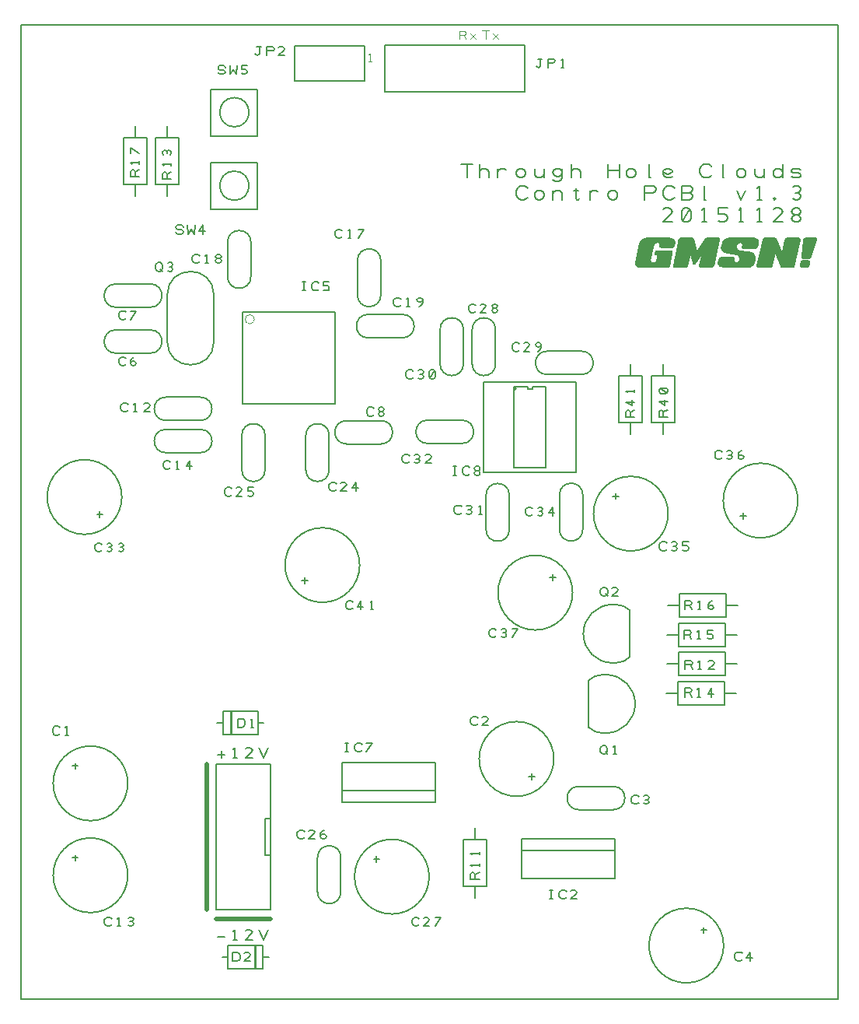
<source format=gbr>
%FSLAX35Y35*%
%MOIN*%
G04 EasyPC Gerber Version 18.0.8 Build 3632 *
%ADD89C,0.00100*%
%ADD88C,0.00394*%
%ADD10C,0.00500*%
%ADD11C,0.00512*%
%ADD86C,0.00787*%
%ADD12C,0.01000*%
%ADD90C,0.01969*%
X0Y0D02*
D02*
D10*
X102054Y120612D02*
X101741Y120299D01*
X101116Y119987*
X100178*
X99554Y120299*
X99241Y120612*
X98928Y121237*
Y122487*
X99241Y123112*
X99554Y123424*
X100178Y123737*
X101116*
X101741Y123424*
X102054Y123112*
X104554Y119987D02*
X105804D01*
X105178D02*
Y123737D01*
X104554Y123112*
X108635Y68626D02*
Y66126D01*
X107385Y67376D02*
X109885D01*
X108635Y107996D02*
Y105496D01*
X107385Y106746D02*
X109885D01*
X112636Y205923D02*
G75*
G02X96636Y221923J16000D01*
G01*
G75*
G02X112636Y237923I16000*
G01*
G75*
G02X128636Y221923J-16000*
G01*
G75*
G02X112636Y205923I-16000*
G01*
X115195Y75876D02*
G75*
G02X131195Y59876J-16000D01*
G01*
G75*
G02X115195Y43876I-16000*
G01*
G75*
G02X99195Y59876J16000*
G01*
G75*
G02X115195Y75876I16000*
G01*
Y115246D02*
G75*
G02X131195Y99246J-16000D01*
G01*
G75*
G02X115195Y83246I-16000*
G01*
G75*
G02X99195Y99246J16000*
G01*
G75*
G02X115195Y115246I16000*
G01*
X120128Y199137D02*
X119815Y198825D01*
X119190Y198512*
X118252*
X117628Y198825*
X117315Y199137*
X117002Y199762*
Y201012*
X117315Y201637*
X117628Y201950*
X118252Y202262*
X119190*
X119815Y201950*
X120128Y201637*
X122315Y198825D02*
X122940Y198512D01*
X123565*
X124190Y198825*
X124502Y199450*
X124190Y200075*
X123565Y200387*
X122940*
X123565D02*
X124190Y200700D01*
X124502Y201325*
X124190Y201950*
X123565Y202262*
X122940*
X122315Y201950*
X127315Y198825D02*
X127940Y198512D01*
X128565*
X129190Y198825*
X129502Y199450*
X129190Y200075*
X128565Y200387*
X127940*
X128565D02*
X129190Y200700D01*
X129502Y201325*
X129190Y201950*
X128565Y202262*
X127940*
X127315Y201950*
X124324Y38820D02*
X124011Y38508D01*
X123386Y38195*
X122449*
X121824Y38508*
X121511Y38820*
X121199Y39445*
Y40695*
X121511Y41320*
X121824Y41633*
X122449Y41945*
X123386*
X124011Y41633*
X124324Y41320*
X126824Y38195D02*
X128074D01*
X127449D02*
Y41945D01*
X126824Y41320*
X131511Y38508D02*
X132136Y38195D01*
X132761*
X133386Y38508*
X133699Y39133*
X133386Y39758*
X132761Y40070*
X132136*
X132761D02*
X133386Y40383D01*
X133699Y41008*
X133386Y41633*
X132761Y41945*
X132136*
X131511Y41633*
X119196Y213174D02*
Y215674D01*
X120446Y214424D02*
X117946D01*
X130456Y278850D02*
X130143Y278537D01*
X129518Y278225*
X128581*
X127956Y278537*
X127643Y278850*
X127331Y279475*
Y280725*
X127643Y281350*
X127956Y281663*
X128581Y281975*
X129518*
X130143Y281663*
X130456Y281350*
X132331Y279163D02*
X132643Y279787D01*
X133268Y280100*
X133893*
X134518Y279787*
X134831Y279163*
X134518Y278537*
X133893Y278225*
X133268*
X132643Y278537*
X132331Y279163*
Y280100*
X132643Y281037*
X133268Y281663*
X133893Y281975*
X130456Y298535D02*
X130143Y298222D01*
X129518Y297910*
X128581*
X127956Y298222*
X127643Y298535*
X127331Y299160*
Y300410*
X127643Y301035*
X127956Y301348*
X128581Y301660*
X129518*
X130143Y301348*
X130456Y301035*
X132331Y297910D02*
X134831Y301660D01*
X132331*
X131312Y259096D02*
X131000Y258783D01*
X130374Y258471*
X129437*
X128812Y258783*
X128500Y259096*
X128187Y259721*
Y260971*
X128500Y261596*
X128812Y261909*
X129437Y262221*
X130374*
X131000Y261909*
X131312Y261596*
X133812Y258471D02*
X135062D01*
X134437D02*
Y262221D01*
X133812Y261596*
X140687Y258471D02*
X138187D01*
X140374Y260659*
X140687Y261283*
X140374Y261909*
X139750Y262221*
X138812*
X138187Y261909*
X129289Y375683D02*
X139289D01*
Y355683*
X129289*
Y375683*
X134289Y355683D02*
Y350683D01*
Y380683D02*
Y375683D01*
X136206Y359010D02*
X132456D01*
Y361197*
X132769Y361822*
X133394Y362135*
X134019Y361822*
X134331Y361197*
Y359010*
Y361197D02*
X136206Y362135D01*
Y364635D02*
Y365885D01*
Y365260D02*
X132456D01*
X133081Y364635*
X136206Y369010D02*
X132456Y371510D01*
Y369010*
X143049Y319859D02*
Y321109D01*
X143362Y321734*
X143674Y322046*
X144299Y322359*
X144924*
X145549Y322046*
X145862Y321734*
X146174Y321109*
Y319859*
X145862Y319234*
X145549Y318921*
X144924Y318609*
X144299*
X143674Y318921*
X143362Y319234*
X143049Y319859*
X145237Y319546D02*
X146174Y318609D01*
X148362Y318921D02*
X148987Y318609D01*
X149612*
X150237Y318921*
X150549Y319546*
X150237Y320171*
X149612Y320484*
X148987*
X149612D02*
X150237Y320796D01*
X150549Y321421*
X150237Y322046*
X149612Y322359*
X148987*
X148362Y322046*
X143069Y375683D02*
X153069D01*
Y355683*
X143069*
Y375683*
X149422Y234391D02*
X149110Y234079D01*
X148485Y233766*
X147547*
X146922Y234079*
X146610Y234391*
X146297Y235016*
Y236266*
X146610Y236891*
X146922Y237204*
X147547Y237516*
X148485*
X149110Y237204*
X149422Y236891*
X151922Y233766D02*
X153172D01*
X152547D02*
Y237516D01*
X151922Y236891*
X157860Y233766D02*
Y237516D01*
X156297Y235016*
X158797*
X148069Y355683D02*
Y350683D01*
Y380683D02*
Y375683D01*
X149789Y358124D02*
X146039D01*
Y360311*
X146351Y360937*
X146976Y361249*
X147601Y360937*
X147914Y360311*
Y358124*
Y360311D02*
X149789Y361249D01*
Y363749D02*
Y364999D01*
Y364374D02*
X146039D01*
X146664Y363749*
X149476Y368437D02*
X149789Y369061D01*
Y369687*
X149476Y370311*
X148851Y370624*
X148226Y370311*
X147914Y369687*
Y369061*
Y369687D02*
X147601Y370311D01*
X146976Y370624*
X146351Y370311*
X146039Y369687*
Y369061*
X146351Y368437*
X151809Y335590D02*
X152122Y334965D01*
X152746Y334652*
X153996*
X154622Y334965*
X154934Y335590*
X154622Y336215*
X153996Y336527*
X152746*
X152122Y336840*
X151809Y337465*
X152122Y338090*
X152746Y338402*
X153996*
X154622Y338090*
X154934Y337465*
X156809Y338402D02*
X157122Y334652D01*
X158372Y336527*
X159622Y334652*
X159934Y338402*
X163372Y334652D02*
Y338402D01*
X161809Y335902*
X164309*
X161922Y322777D02*
X161610Y322465D01*
X160985Y322152*
X160047*
X159422Y322465*
X159110Y322777*
X158797Y323402*
Y324652*
X159110Y325277*
X159422Y325590*
X160047Y325902*
X160985*
X161610Y325590*
X161922Y325277*
X164422Y322152D02*
X165672D01*
X165047D02*
Y325902D01*
X164422Y325277*
X169735Y324027D02*
X170360D01*
X170985Y324340*
X171297Y324965*
X170985Y325590*
X170360Y325902*
X169735*
X169110Y325590*
X168797Y324965*
X169110Y324340*
X169735Y324027*
X169110Y323715*
X168797Y323090*
X169110Y322465*
X169735Y322152*
X170360*
X170985Y322465*
X171297Y323090*
X170985Y323715*
X170360Y324027*
X168108Y288537D02*
Y308537D01*
G75*
G03X148108I-10000*
G01*
Y288537*
G75*
G03X168108I10000*
G01*
X169919Y403995D02*
X170232Y403370D01*
X170857Y403057*
X172107*
X172732Y403370*
X173044Y403995*
X172732Y404620*
X172107Y404933*
X170857*
X170232Y405245*
X169919Y405870*
X170232Y406495*
X170857Y406807*
X172107*
X172732Y406495*
X173044Y405870*
X174919Y406807D02*
X175232Y403057D01*
X176482Y404933*
X177732Y403057*
X178044Y406807*
X179919Y403370D02*
X180544Y403057D01*
X181482*
X182107Y403370*
X182419Y403995*
Y404307*
X182107Y404933*
X181482Y405245*
X179919*
Y406807*
X182419*
X171730Y24955D02*
X174230D01*
X171967Y125053D02*
X169467D01*
X175800Y222876D02*
X175488Y222563D01*
X174863Y222250*
X173925*
X173300Y222563*
X172988Y222876*
X172675Y223500*
Y224750*
X172988Y225376*
X173300Y225688*
X173925Y226000*
X174863*
X175488Y225688*
X175800Y225376*
X180175Y222250D02*
X177675D01*
X179863Y224438*
X180175Y225063*
X179863Y225688*
X179238Y226000*
X178300*
X177675Y225688*
X182675Y222563D02*
X183300Y222250D01*
X184238*
X184863Y222563*
X185175Y223188*
Y223500*
X184863Y224126*
X184238Y224438*
X182675*
Y226000*
X185175*
X174230Y19955D02*
Y29955D01*
X189230*
Y19955*
X174230*
X176120Y23038D02*
Y26788D01*
X177995*
X178620Y26476*
X178933Y26163*
X179245Y25538*
Y24288*
X178933Y23663*
X178620Y23350*
X177995Y23038*
X176120*
X183620D02*
X181120D01*
X183307Y25226*
X183620Y25850*
X183307Y26476*
X182683Y26788*
X181745*
X181120Y26476*
X176907Y349030D02*
G75*
G03Y361530J6250D01*
G01*
G75*
G03Y349030J-6250*
G01*
Y380526D02*
G75*
G03Y393026J6250D01*
G01*
G75*
G03Y380526J-6250*
G01*
X178285Y123235D02*
Y126985D01*
X180161*
X180785Y126672*
X181098Y126360*
X181411Y125735*
Y124485*
X181098Y123860*
X180785Y123547*
X180161Y123235*
X178285*
X183911D02*
X185161D01*
X184535D02*
Y126985D01*
X183911Y126360*
X180549Y301037D02*
Y261667D01*
X219919*
Y301037*
X180549*
X185864Y411754D02*
X186177Y411441D01*
X186802Y411128*
X187427Y411441*
X187739Y411754*
Y414878*
X188364*
X187739D02*
X186489D01*
X190864Y411128D02*
Y414878D01*
X193052*
X193677Y414566*
X193989Y413941*
X193677Y413316*
X193052Y413004*
X190864*
X198364Y411128D02*
X195864D01*
X198052Y413316*
X198364Y413941*
X198052Y414566*
X197427Y414878*
X196489*
X195864Y414566*
X186842Y365157D02*
X166842D01*
Y345157*
X186842*
Y365157*
Y396653D02*
X166842D01*
Y376653*
X186842*
Y396653*
X186967Y130053D02*
Y120053D01*
X171967*
Y130053*
X186967*
X189230Y24955D02*
X191730D01*
X189467Y125053D02*
X186967D01*
X192439Y45053D02*
Y107415D01*
X169053*
Y45053*
X192439*
Y68439D02*
Y84030D01*
X190100*
Y68439*
X192439*
X198624Y192770D02*
G75*
G02X214624Y208770I16000D01*
G01*
G75*
G02X230624Y192770J-16000*
G01*
G75*
G02X214624Y176770I-16000*
G01*
G75*
G02X198624Y192770J16000*
G01*
X202715Y415211D02*
Y400211D01*
X232715*
Y415211*
X202715*
X206909Y76154D02*
X206597Y75841D01*
X205972Y75528*
X205034*
X204409Y75841*
X204097Y76154*
X203784Y76778*
Y78028*
X204097Y78654*
X204409Y78966*
X205034Y79278*
X205972*
X206597Y78966*
X206909Y78654*
X211284Y75528D02*
X208784D01*
X210972Y77716*
X211284Y78341*
X210972Y78966*
X210347Y79278*
X209409*
X208784Y78966*
X213784Y76466D02*
X214097Y77091D01*
X214722Y77404*
X215347*
X215972Y77091*
X216284Y76466*
X215972Y75841*
X215347Y75528*
X214722*
X214097Y75841*
X213784Y76466*
Y77404*
X214097Y78341*
X214722Y78966*
X215347Y79278*
X205994Y310341D02*
X207244D01*
X206620D02*
Y314091D01*
X205994D02*
X207244D01*
X213182Y310966D02*
X212870Y310654D01*
X212244Y310341*
X211307*
X210682Y310654*
X210370Y310966*
X210057Y311591*
Y312841*
X210370Y313466*
X210682Y313779*
X211307Y314091*
X212244*
X212870Y313779*
X213182Y313466*
X215057Y310654D02*
X215682Y310341D01*
X216620*
X217244Y310654*
X217557Y311279*
Y311591*
X217244Y312216*
X216620Y312529*
X215057*
Y314091*
X217557*
X205874Y186210D02*
X208374D01*
X207124Y184960D02*
Y187460D01*
X220584Y225139D02*
X220271Y224827D01*
X219646Y224514*
X218709*
X218084Y224827*
X217771Y225139*
X217459Y225764*
Y227014*
X217771Y227639*
X218084Y227952*
X218709Y228264*
X219646*
X220271Y227952*
X220584Y227639*
X224959Y224514D02*
X222459D01*
X224646Y226702*
X224959Y227327*
X224646Y227952*
X224021Y228264*
X223084*
X222459Y227952*
X229021Y224514D02*
Y228264D01*
X227459Y225764*
X229959*
X223143Y333506D02*
X222830Y333193D01*
X222205Y332880*
X221268*
X220643Y333193*
X220330Y333506*
X220018Y334130*
Y335380*
X220330Y336006*
X220643Y336318*
X221268Y336630*
X222205*
X222830Y336318*
X223143Y336006*
X225643Y332880D02*
X226893D01*
X226268D02*
Y336630D01*
X225643Y336006*
X230018Y332880D02*
X232518Y336630D01*
X230018*
X224498Y112802D02*
X225748D01*
X225124D02*
Y116552D01*
X224498D02*
X225748D01*
X231686Y113427D02*
X231374Y113114D01*
X230748Y112802*
X229811*
X229186Y113114*
X228874Y113427*
X228561Y114052*
Y115302*
X228874Y115927*
X229186Y116239*
X229811Y116552*
X230748*
X231374Y116239*
X231686Y115927*
X233561Y112802D02*
X236061Y116552D01*
X233561*
X227749Y174332D02*
X227437Y174020D01*
X226811Y173707*
X225874*
X225249Y174020*
X224937Y174332*
X224624Y174957*
Y176207*
X224937Y176832*
X225249Y177145*
X225874Y177457*
X226811*
X227437Y177145*
X227749Y176832*
X231187Y173707D02*
Y177457D01*
X229624Y174957*
X232124*
X235249Y173707D02*
X236499D01*
X235874D02*
Y177457D01*
X235249Y176832*
X236726Y257226D02*
X236413Y256913D01*
X235788Y256601*
X234850*
X234226Y256913*
X233913Y257226*
X233600Y257851*
Y259101*
X233913Y259726*
X234226Y260039*
X234850Y260351*
X235788*
X236413Y260039*
X236726Y259726*
X239538Y258476D02*
X240163D01*
X240788Y258789*
X241100Y259413*
X240788Y260039*
X240163Y260351*
X239538*
X238913Y260039*
X238600Y259413*
X238913Y258789*
X239538Y258476*
X238913Y258163*
X238600Y257539*
X238913Y256913*
X239538Y256601*
X240163*
X240788Y256913*
X241100Y257539*
X240788Y258163*
X240163Y258476*
X237867Y68035D02*
Y65535D01*
X236617Y66785D02*
X239117D01*
X244427Y75285D02*
G75*
G02X260427Y59285J-16000D01*
G01*
G75*
G02X244427Y43285I-16000*
G01*
G75*
G02X228427Y59285J16000*
G01*
G75*
G02X244427Y75285I16000*
G01*
X248340Y304175D02*
X248027Y303862D01*
X247402Y303550*
X246465*
X245840Y303862*
X245527Y304175*
X245215Y304800*
Y306050*
X245527Y306675*
X245840Y306987*
X246465Y307300*
X247402*
X248027Y306987*
X248340Y306675*
X250840Y303550D02*
X252090D01*
X251465D02*
Y307300D01*
X250840Y306675*
X256152Y303550D02*
X256777Y303862D01*
X257402Y304487*
X257715Y305425*
Y306362*
X257402Y306987*
X256777Y307300*
X256152*
X255527Y306987*
X255215Y306362*
X255527Y305737*
X256152Y305425*
X256777*
X257402Y305737*
X257715Y306362*
X251981Y237049D02*
X251669Y236736D01*
X251044Y236424*
X250106*
X249481Y236736*
X249169Y237049*
X248856Y237674*
Y238924*
X249169Y239549*
X249481Y239861*
X250106Y240174*
X251044*
X251669Y239861*
X251981Y239549*
X254169Y236736D02*
X254794Y236424D01*
X255419*
X256044Y236736*
X256356Y237361*
X256044Y237986*
X255419Y238299*
X254794*
X255419D02*
X256044Y238611D01*
X256356Y239236*
X256044Y239861*
X255419Y240174*
X254794*
X254169Y239861*
X261356Y236424D02*
X258856D01*
X261044Y238611*
X261356Y239236*
X261044Y239861*
X260419Y240174*
X259481*
X258856Y239861*
X253556Y273269D02*
X253244Y272957D01*
X252619Y272644*
X251681*
X251056Y272957*
X250744Y273269*
X250431Y273894*
Y275144*
X250744Y275769*
X251056Y276082*
X251681Y276394*
X252619*
X253244Y276082*
X253556Y275769*
X255744Y272957D02*
X256369Y272644D01*
X256994*
X257619Y272957*
X257931Y273582*
X257619Y274207*
X256994Y274519*
X256369*
X256994D02*
X257619Y274832D01*
X257931Y275457*
X257619Y276082*
X256994Y276394*
X256369*
X255744Y276082*
X260744Y272957D02*
X261369Y272644D01*
X261994*
X262619Y272957*
X262931Y273582*
Y275457*
X262619Y276082*
X261994Y276394*
X261369*
X260744Y276082*
X260431Y275457*
Y273582*
X260744Y272957*
X262619Y276082*
X256115Y38722D02*
X255803Y38409D01*
X255178Y38097*
X254240*
X253615Y38409*
X253303Y38722*
X252990Y39347*
Y40597*
X253303Y41222*
X253615Y41535*
X254240Y41847*
X255178*
X255803Y41535*
X256115Y41222*
X260490Y38097D02*
X257990D01*
X260178Y40285*
X260490Y40909*
X260178Y41535*
X259553Y41847*
X258615*
X257990Y41535*
X262990Y38097D02*
X265490Y41847D01*
X262990*
X263049Y91317D02*
Y108317D01*
X223049*
Y91317*
X263049*
Y96317D02*
X223049D01*
X270660Y231306D02*
X271910D01*
X271285D02*
Y235056D01*
X270660D02*
X271910D01*
X277848Y231931D02*
X277535Y231618D01*
X276910Y231306*
X275972*
X275348Y231618*
X275035Y231931*
X274722Y232556*
Y233806*
X275035Y234431*
X275348Y234743*
X275972Y235056*
X276910*
X277535Y234743*
X277848Y234431*
X280660Y233181D02*
X281285D01*
X281910Y233493*
X282222Y234118*
X281910Y234743*
X281285Y235056*
X280660*
X280035Y234743*
X279722Y234118*
X280035Y233493*
X280660Y233181*
X280035Y232868*
X279722Y232243*
X280035Y231618*
X280660Y231306*
X281285*
X281910Y231618*
X282222Y232243*
X281910Y232868*
X281285Y233181*
X274324Y215198D02*
X274011Y214886D01*
X273386Y214573*
X272449*
X271824Y214886*
X271511Y215198*
X271199Y215823*
Y217073*
X271511Y217698*
X271824Y218011*
X272449Y218323*
X273386*
X274011Y218011*
X274324Y217698*
X276511Y214886D02*
X277136Y214573D01*
X277761*
X278386Y214886*
X278699Y215511*
X278386Y216136*
X277761Y216448*
X277136*
X277761D02*
X278386Y216761D01*
X278699Y217386*
X278386Y218011*
X277761Y218323*
X277136*
X276511Y218011*
X281824Y214573D02*
X283074D01*
X282449D02*
Y218323D01*
X281824Y217698*
X280426Y301517D02*
X280114Y301205D01*
X279489Y300892*
X278551*
X277926Y301205*
X277614Y301517*
X277301Y302142*
Y303392*
X277614Y304017*
X277926Y304330*
X278551Y304642*
X279489*
X280114Y304330*
X280426Y304017*
X284801Y300892D02*
X282301D01*
X284489Y303080*
X284801Y303705*
X284489Y304330*
X283864Y304642*
X282926*
X282301Y304330*
X288239Y302767D02*
X288864D01*
X289489Y303080*
X289801Y303705*
X289489Y304330*
X288864Y304642*
X288239*
X287614Y304330*
X287301Y303705*
X287614Y303080*
X288239Y302767*
X287614Y302455*
X287301Y301830*
X287614Y301205*
X288239Y300892*
X288864*
X289489Y301205*
X289801Y301830*
X289489Y302455*
X288864Y302767*
X281312Y124746D02*
X281000Y124433D01*
X280374Y124120*
X279437*
X278812Y124433*
X278500Y124746*
X278187Y125370*
Y126620*
X278500Y127246*
X278812Y127558*
X279437Y127870*
X280374*
X281000Y127558*
X281312Y127246*
X285687Y124120D02*
X283187D01*
X285374Y126308*
X285687Y126933*
X285374Y127558*
X284750Y127870*
X283812*
X283187Y127558*
X279959Y50230D02*
Y55230D01*
Y75230D02*
Y80230D01*
X281494Y395368D02*
X241494D01*
Y415368*
X301494*
Y395368*
X281494*
X281956Y58069D02*
X278206D01*
Y60257*
X278519Y60882*
X279144Y61194*
X279769Y60882*
X280081Y60257*
Y58069*
Y60257D02*
X281956Y61194D01*
Y63694D02*
Y64944D01*
Y64319D02*
X278206D01*
X278831Y63694*
X281956Y68694D02*
Y69944D01*
Y69319D02*
X278206D01*
X278831Y68694*
X284959Y55230D02*
X274959D01*
Y75230*
X284959*
Y55230*
X289186Y162443D02*
X288874Y162130D01*
X288248Y161817*
X287311*
X286686Y162130*
X286374Y162443*
X286061Y163067*
Y164317*
X286374Y164943*
X286686Y165255*
X287311Y165567*
X288248*
X288874Y165255*
X289186Y164943*
X291374Y162130D02*
X291998Y161817D01*
X292624*
X293248Y162130*
X293561Y162755*
X293248Y163380*
X292624Y163693*
X291998*
X292624D02*
X293248Y164005D01*
X293561Y164630*
X293248Y165255*
X292624Y165567*
X291998*
X291374Y165255*
X296061Y161817D02*
X298561Y165567D01*
X296061*
X299127Y284883D02*
X298815Y284571D01*
X298189Y284258*
X297252*
X296627Y284571*
X296315Y284883*
X296002Y285508*
Y286758*
X296315Y287383*
X296627Y287696*
X297252Y288008*
X298189*
X298815Y287696*
X299127Y287383*
X303502Y284258D02*
X301002D01*
X303189Y286446*
X303502Y287071*
X303189Y287696*
X302565Y288008*
X301627*
X301002Y287696*
X306939Y284258D02*
X307565Y284571D01*
X308189Y285196*
X308502Y286133*
Y287071*
X308189Y287696*
X307565Y288008*
X306939*
X306315Y287696*
X306002Y287071*
X306315Y286446*
X306939Y286133*
X307565*
X308189Y286446*
X308502Y287071*
X297224Y268864D02*
G75*
G03Y267817J-524D01*
G01*
G75*
G03Y268864J524*
G01*
G36*
G75*
G03Y267817J-524*
G01*
G75*
G03Y268864J524*
G01*
G37*
X297872Y93719D02*
G75*
G02X281872Y109719J16000D01*
G01*
G75*
G02X297872Y125719I16000*
G01*
G75*
G02X313872Y109719J-16000*
G01*
G75*
G02X297872Y93719I-16000*
G01*
X299919Y70620D02*
X339919D01*
X299919Y75620D02*
Y58620D01*
X339919*
Y75620*
X299919*
X304836Y214509D02*
X304523Y214197D01*
X303898Y213884*
X302961*
X302336Y214197*
X302023Y214509*
X301711Y215134*
Y216384*
X302023Y217009*
X302336Y217322*
X302961Y217634*
X303898*
X304523Y217322*
X304836Y217009*
X307023Y214197D02*
X307648Y213884D01*
X308273*
X308898Y214197*
X309211Y214822*
X308898Y215447*
X308273Y215759*
X307648*
X308273D02*
X308898Y216072D01*
X309211Y216697*
X308898Y217322*
X308273Y217634*
X307648*
X307023Y217322*
X313273Y213884D02*
Y217634D01*
X311711Y215134*
X314211*
X306337Y406537D02*
X306649Y406224D01*
X307274Y405912*
X307899Y406224*
X308212Y406537*
Y409662*
X308837*
X308212D02*
X306962D01*
X311337Y405912D02*
Y409662D01*
X313524*
X314149Y409350*
X314462Y408724*
X314149Y408100*
X313524Y407787*
X311337*
X316962Y405912D02*
X318212D01*
X317587D02*
Y409662D01*
X316962Y409037*
X304432Y100969D02*
Y103469D01*
X305682Y102219D02*
X303182D01*
X310461Y269089D02*
Y234433D01*
X296701*
Y269089*
X302581*
Y268089*
X304581*
Y269089*
X310461*
X312097Y49711D02*
X313347D01*
X312722D02*
Y53461D01*
X312097D02*
X313347D01*
X319285Y50336D02*
X318972Y50024D01*
X318347Y49711*
X317409*
X316785Y50024*
X316472Y50336*
X316159Y50961*
Y52211*
X316472Y52836*
X316785Y53149*
X317409Y53461*
X318347*
X318972Y53149*
X319285Y52836*
X323659Y49711D02*
X321159D01*
X323347Y51899*
X323659Y52524*
X323347Y53149*
X322722Y53461*
X321785*
X321159Y53149*
X314673Y187519D02*
X312173D01*
X313423Y188769D02*
Y186269D01*
X321923Y180959D02*
G75*
G02X305923Y164959I-16000D01*
G01*
G75*
G02X289923Y180959J16000*
G01*
G75*
G02X305923Y196959I16000*
G01*
G75*
G02X321923Y180959J-16000*
G01*
X323299Y271057D02*
Y232514D01*
X283862*
Y271057*
X323299*
X333758Y112989D02*
Y114239D01*
X334070Y114864*
X334383Y115176*
X335008Y115489*
X335633*
X336258Y115176*
X336570Y114864*
X336883Y114239*
Y112989*
X336570Y112364*
X336258Y112051*
X335633Y111739*
X335008*
X334383Y112051*
X334070Y112364*
X333758Y112989*
X335945Y112676D02*
X336883Y111739D01*
X339383D02*
X340633D01*
X340008D02*
Y115489D01*
X339383Y114864*
X333797Y180685D02*
Y181935D01*
X334110Y182561*
X334422Y182873*
X335047Y183185*
X335672*
X336297Y182873*
X336610Y182561*
X336922Y181935*
Y180685*
X336610Y180061*
X336297Y179748*
X335672Y179435*
X335047*
X334422Y179748*
X334110Y180061*
X333797Y180685*
X335985Y180373D02*
X336922Y179435D01*
X341297D02*
X338797D01*
X340985Y181623*
X341297Y182248*
X340985Y182873*
X340360Y183185*
X339422*
X338797Y182873*
X336258Y145801D02*
G75*
G02X348758Y133301J-12500D01*
G01*
G75*
G02X336258Y120801I-12500*
G01*
X334758*
G75*
G02X328758Y123301I18J8493*
G01*
Y143301*
G75*
G02X334758Y145801I6018J-5993*
G01*
X336258*
X340328Y223547D02*
Y221047D01*
X339078Y222297D02*
X341578D01*
X339014Y150860D02*
G75*
G02X326514Y163360J12500D01*
G01*
G75*
G02X339014Y175860I12500*
G01*
X340514*
G75*
G02X346514Y173360I-18J-8493*
G01*
Y153360*
G75*
G02X340514Y150860I-6018J5993*
G01*
X339014*
X346888Y230797D02*
G75*
G02X362888Y214797J-16000D01*
G01*
G75*
G02X346888Y198797I-16000*
G01*
G75*
G02X330888Y214797J16000*
G01*
G75*
G02X346888Y230797I16000*
G01*
Y248951D02*
Y253951D01*
Y273951D02*
Y278951D01*
X350308Y90986D02*
X349996Y90673D01*
X349370Y90361*
X348433*
X347808Y90673*
X347496Y90986*
X347183Y91611*
Y92861*
X347496Y93486*
X347808Y93798*
X348433Y94111*
X349370*
X349996Y93798*
X350308Y93486*
X352496Y90673D02*
X353120Y90361D01*
X353746*
X354370Y90673*
X354683Y91298*
X354370Y91923*
X353746Y92236*
X353120*
X353746D02*
X354370Y92548D01*
X354683Y93173*
X354370Y93798*
X353746Y94111*
X353120*
X352496Y93798*
X348509Y256057D02*
X344759D01*
Y258244*
X345072Y258870*
X345697Y259182*
X346322Y258870*
X346634Y258244*
Y256057*
Y258244D02*
X348509Y259182D01*
Y262620D02*
X344759D01*
X347259Y261057*
Y263557*
X348509Y266682D02*
Y267932D01*
Y267307D02*
X344759D01*
X345384Y266682*
X351888Y253951D02*
X341888D01*
Y273951*
X351888*
Y253951*
X362316Y199549D02*
X362004Y199236D01*
X361378Y198924*
X360441*
X359816Y199236*
X359504Y199549*
X359191Y200174*
Y201424*
X359504Y202049*
X359816Y202361*
X360441Y202674*
X361378*
X362004Y202361*
X362316Y202049*
X364504Y199236D02*
X365128Y198924D01*
X365754*
X366378Y199236*
X366691Y199861*
X366378Y200486*
X365754Y200799*
X365128*
X365754D02*
X366378Y201111D01*
X366691Y201736*
X366378Y202361*
X365754Y202674*
X365128*
X364504Y202361*
X369191Y199236D02*
X369816Y198924D01*
X370754*
X371378Y199236*
X371691Y199861*
Y200174*
X371378Y200799*
X370754Y201111*
X369191*
Y202674*
X371691*
X360667Y248951D02*
Y253951D01*
Y273951D02*
Y278951D01*
X362321Y150545D02*
X367321D01*
X362518Y162848D02*
X367518D01*
X362683Y256156D02*
X358933D01*
Y258343*
X359245Y258968*
X359870Y259281*
X360495Y258968*
X360807Y258343*
Y256156*
Y258343D02*
X362683Y259281D01*
Y262718D02*
X358933D01*
X361433Y261156*
Y263656*
X362370Y266468D02*
X362683Y267093D01*
Y267718*
X362370Y268343*
X361745Y268656*
X359870*
X359245Y268343*
X358933Y267718*
Y267093*
X359245Y266468*
X359870Y266156*
X361745*
X362370Y266468*
X359245Y268343*
X365667Y253951D02*
X355667D01*
Y273951*
X365667*
Y253951*
X366986Y137750D02*
X361986D01*
X367321Y145545D02*
Y155545D01*
X387321*
Y145545*
X367321*
X367518Y157848D02*
Y167848D01*
X387518*
Y157848*
X367518*
X367774Y175644D02*
X362774D01*
X369722Y161030D02*
Y164780D01*
X371910*
X372535Y164468*
X372848Y163843*
X372535Y163218*
X371910Y162905*
X369722*
X371910D02*
X372848Y161030D01*
X375348D02*
X376598D01*
X375972D02*
Y164780D01*
X375348Y164155*
X379722Y161343D02*
X380348Y161030D01*
X381285*
X381910Y161343*
X382222Y161968*
Y162280*
X381910Y162905*
X381285Y163218*
X379722*
Y164780*
X382222*
X369919Y136325D02*
Y140075D01*
X372107*
X372732Y139763*
X373044Y139138*
X372732Y138513*
X372107Y138200*
X369919*
X372107D02*
X373044Y136325D01*
X375544D02*
X376794D01*
X376169D02*
Y140075D01*
X375544Y139450*
X381482Y136325D02*
Y140075D01*
X379919Y137575*
X382419*
X370018Y173727D02*
Y177477D01*
X372205*
X372830Y177165*
X373143Y176539*
X372830Y175915*
X372205Y175602*
X370018*
X372205D02*
X373143Y173727D01*
X375643D02*
X376893D01*
X376268D02*
Y177477D01*
X375643Y176852*
X380018Y174665D02*
X380330Y175289D01*
X380955Y175602*
X381580*
X382205Y175289*
X382518Y174665*
X382205Y174039*
X381580Y173727*
X380955*
X380330Y174039*
X380018Y174665*
Y175602*
X380330Y176539*
X380955Y177165*
X381580Y177477*
X370116Y148136D02*
Y151886D01*
X372304*
X372929Y151574*
X373241Y150949*
X372929Y150324*
X372304Y150011*
X370116*
X372304D02*
X373241Y148136D01*
X375741D02*
X376991D01*
X376366D02*
Y151886D01*
X375741Y151261*
X382616Y148136D02*
X380116D01*
X382304Y150324*
X382616Y150949*
X382304Y151574*
X381679Y151886*
X380741*
X380116Y151574*
X379437Y36337D02*
X376937D01*
X378187Y37587D02*
Y35087D01*
X386037Y238722D02*
X385724Y238409D01*
X385099Y238097*
X384161*
X383537Y238409*
X383224Y238722*
X382911Y239347*
Y240597*
X383224Y241222*
X383537Y241535*
X384161Y241847*
X385099*
X385724Y241535*
X386037Y241222*
X388224Y238409D02*
X388849Y238097D01*
X389474*
X390099Y238409*
X390411Y239035*
X390099Y239659*
X389474Y239972*
X388849*
X389474D02*
X390099Y240285D01*
X390411Y240909*
X390099Y241535*
X389474Y241847*
X388849*
X388224Y241535*
X392911Y239035D02*
X393224Y239659D01*
X393849Y239972*
X394474*
X395099Y239659*
X395411Y239035*
X395099Y238409*
X394474Y238097*
X393849*
X393224Y238409*
X392911Y239035*
Y239972*
X393224Y240909*
X393849Y241535*
X394474Y241847*
X386518Y220427D02*
G75*
G02X402518Y236427I16000D01*
G01*
G75*
G02X418518Y220427J-16000*
G01*
G75*
G02X402518Y204427I-16000*
G01*
G75*
G02X386518Y220427J16000*
G01*
X386687Y29778D02*
G75*
G02X370687Y13778I-16000D01*
G01*
G75*
G02X354687Y29778J16000*
G01*
G75*
G02X370687Y45778I16000*
G01*
G75*
G02X386687Y29778J-16000*
G01*
X386986Y142750D02*
Y132750D01*
X366986*
Y142750*
X386986*
X387321Y150545D02*
X392321D01*
X387518Y162848D02*
X392518D01*
X387774Y180644D02*
Y170644D01*
X367774*
Y180644*
X387774*
X394600Y23860D02*
X394287Y23547D01*
X393662Y23235*
X392724*
X392100Y23547*
X391787Y23860*
X391474Y24485*
Y25735*
X391787Y26360*
X392100Y26672*
X392724Y26985*
X393662*
X394287Y26672*
X394600Y26360*
X398037Y23235D02*
Y26985D01*
X396474Y24485*
X398974*
X391986Y137750D02*
X386986D01*
X392774Y175644D02*
X387774D01*
X393768Y213867D02*
X396268D01*
X395018Y212617D02*
Y215117D01*
X435825Y6864D02*
X85431D01*
Y424187*
X435825*
Y6864*
D02*
D11*
X126081Y283537D02*
X140831D01*
G75*
G03Y293537J5000*
G01*
X126081*
G75*
G03Y283537J-5000*
G01*
Y303222D02*
X140831D01*
G75*
G03Y313222J5000*
G01*
X126081*
G75*
G03Y303222J-5000*
G01*
X147537Y240919D02*
X162287D01*
G75*
G03Y250919J5000*
G01*
X147537*
G75*
G03Y240919J-5000*
G01*
Y254699D02*
X162287D01*
G75*
G03Y264699J5000*
G01*
X147537*
G75*
G03Y254699J-5000*
G01*
X173974Y331096D02*
Y316346D01*
G75*
G03X183974I5000*
G01*
Y331096*
G75*
G03X173974I-5000*
G01*
X190077Y233577D02*
Y248327D01*
G75*
G03X180077I-5000*
G01*
Y233577*
G75*
G03X190077I5000*
G01*
X212557Y67514D02*
Y52764D01*
G75*
G03X222557I5000*
G01*
Y67514*
G75*
G03X212557I-5000*
G01*
X217537Y233577D02*
Y248327D01*
G75*
G03X207537I-5000*
G01*
Y233577*
G75*
G03X217537I5000*
G01*
X229683Y323222D02*
Y308472D01*
G75*
G03X239683I5000*
G01*
Y323222*
G75*
G03X229683I-5000*
G01*
X239742Y254659D02*
X224992D01*
G75*
G03Y244659J-5000*
G01*
X239742*
G75*
G03Y254659J5000*
G01*
X248994Y300132D02*
X234244D01*
G75*
G03Y290132J-5000*
G01*
X248994*
G75*
G03Y300132J5000*
G01*
X259742Y244856D02*
X274492D01*
G75*
G03Y254856J5000*
G01*
X259742*
G75*
G03Y244856J-5000*
G01*
X265116Y293695D02*
Y278945D01*
G75*
G03X275116I5000*
G01*
Y293695*
G75*
G03X265116I-5000*
G01*
X278896D02*
Y278945D01*
G75*
G03X288896I5000*
G01*
Y293695*
G75*
G03X278896I-5000*
G01*
X294801Y207986D02*
Y222736D01*
G75*
G03X284801I-5000*
G01*
Y207986*
G75*
G03X294801I5000*
G01*
X316297Y222829D02*
Y208079D01*
G75*
G03X326297I5000*
G01*
Y222829*
G75*
G03X316297I-5000*
G01*
X325766Y284384D02*
X311016D01*
G75*
G03Y274384J-5000*
G01*
X325766*
G75*
G03Y284384J5000*
G01*
X339348Y97967D02*
X324598D01*
G75*
G03Y87967J-5000*
G01*
X339348*
G75*
G03Y97967J5000*
G01*
D02*
D12*
X175467Y120353D02*
Y129753D01*
X185730Y29655D02*
Y20255D01*
D02*
D86*
X169833Y33606D02*
X172785D01*
X176476Y32129D02*
X177953D01*
X177215D02*
Y36558D01*
X176476Y35820*
X184596Y32129D02*
X181644D01*
X184228Y34713*
X184596Y35451*
X184228Y36189*
X183489Y36558*
X182382*
X181644Y36189*
X187549Y36558D02*
X189395Y32129D01*
X191240Y36558*
X169833Y111558D02*
X172785D01*
X171309Y110082D02*
Y113035D01*
X176476Y110082D02*
X177953D01*
X177215D02*
Y114511D01*
X176476Y113773*
X184596Y110082D02*
X181644D01*
X184228Y112665*
X184596Y113404*
X184228Y114142*
X183489Y114511*
X182382*
X181644Y114142*
X187549Y114511D02*
X189395Y110082D01*
X191240Y114511*
X276612Y358715D02*
Y364620D01*
X274152D02*
X279073D01*
X282026Y358715D02*
Y364620D01*
Y361175D02*
X282518Y362159D01*
X283502Y362652*
X284486*
X285470Y362159*
X285963Y361175*
Y358715*
X289900D02*
Y362652D01*
Y361175D02*
X290392Y362159D01*
X291376Y362652*
X292360*
X293344Y362159*
X297774Y360191D02*
X298266Y359207D01*
X299250Y358715*
X300234*
X301219Y359207*
X301711Y360191*
Y361175*
X301219Y362159*
X300234Y362652*
X299250*
X298266Y362159*
X297774Y361175*
Y360191*
X305648Y362652D02*
Y360191D01*
X306140Y359207*
X307124Y358715*
X308108*
X309093Y359207*
X309585Y360191*
Y362652D02*
Y358715D01*
X317459Y361175D02*
X316967Y362159D01*
X315982Y362652*
X314998*
X314014Y362159*
X313522Y361175*
Y360683*
X314014Y359699*
X314998Y359207*
X315982*
X316967Y359699*
X317459Y360683*
Y362652D02*
Y358715D01*
X316967Y357730*
X315982Y357238*
X314506*
X313522Y357730*
X321396Y358715D02*
Y364620D01*
Y361175D02*
X321888Y362159D01*
X322872Y362652*
X323856*
X324841Y362159*
X325333Y361175*
Y358715*
X337144D02*
Y364620D01*
Y361667D02*
X342065D01*
Y358715D02*
Y364620D01*
X345018Y360191D02*
X345510Y359207D01*
X346494Y358715*
X347478*
X348463Y359207*
X348955Y360191*
Y361175*
X348463Y362159*
X347478Y362652*
X346494*
X345510Y362159*
X345018Y361175*
Y360191*
X355352Y358715D02*
X354860D01*
Y364620*
X364703Y359207D02*
X364211Y358715D01*
X363226*
X362242*
X361258Y359207*
X360766Y360191*
Y361667*
X361258Y362159*
X362242Y362652*
X363226*
X364211Y362159*
X364703Y361667*
Y361175*
X364211Y360683*
X363226Y360191*
X362242*
X361258Y360683*
X360766Y361175*
X381435Y359699D02*
X380943Y359207D01*
X379959Y358715*
X378482*
X377498Y359207*
X377006Y359699*
X376514Y360683*
Y362652*
X377006Y363636*
X377498Y364128*
X378482Y364620*
X379959*
X380943Y364128*
X381435Y363636*
X386848Y358715D02*
X386356D01*
Y364620*
X392262Y360191D02*
X392754Y359207D01*
X393738Y358715*
X394722*
X395707Y359207*
X396199Y360191*
Y361175*
X395707Y362159*
X394722Y362652*
X393738*
X392754Y362159*
X392262Y361175*
Y360191*
X400136Y362652D02*
Y360191D01*
X400628Y359207*
X401612Y358715*
X402596*
X403581Y359207*
X404073Y360191*
Y362652D02*
Y358715D01*
X411947Y361175D02*
X411455Y362159D01*
X410470Y362652*
X409486*
X408502Y362159*
X408010Y361175*
Y360191*
X408502Y359207*
X409486Y358715*
X410470*
X411455Y359207*
X411947Y360191*
Y358715D02*
Y364620D01*
X415884Y359207D02*
X416868Y358715D01*
X418837*
X419821Y359207*
Y360191*
X418837Y360683*
X416868*
X415884Y361175*
Y362159*
X416868Y362652*
X418837*
X419821Y362159*
X302695Y350250D02*
X302203Y349758D01*
X301219Y349266*
X299742*
X298758Y349758*
X298266Y350250*
X297774Y351234*
Y353203*
X298266Y354187*
X298758Y354679*
X299742Y355171*
X301219*
X302203Y354679*
X302695Y354187*
X305648Y350742D02*
X306140Y349758D01*
X307124Y349266*
X308108*
X309093Y349758*
X309585Y350742*
Y351726*
X309093Y352711*
X308108Y353203*
X307124*
X306140Y352711*
X305648Y351726*
Y350742*
X313522Y349266D02*
Y353203D01*
Y351726D02*
X314014Y352711D01*
X314998Y353203*
X315982*
X316967Y352711*
X317459Y351726*
Y349266*
X322380Y353203D02*
X324348D01*
X323364Y354187D02*
Y349758D01*
X323856Y349266*
X324348*
X324841Y349758*
X329270Y349266D02*
Y353203D01*
Y351726D02*
X329762Y352711D01*
X330746Y353203*
X331730*
X332715Y352711*
X337144Y350742D02*
X337636Y349758D01*
X338620Y349266*
X339604*
X340589Y349758*
X341081Y350742*
Y351726*
X340589Y352711*
X339604Y353203*
X338620*
X337636Y352711*
X337144Y351726*
Y350742*
X352892Y349266D02*
Y355171D01*
X356337*
X357321Y354679*
X357813Y353695*
X357321Y352711*
X356337Y352219*
X352892*
X365687Y350250D02*
X365195Y349758D01*
X364211Y349266*
X362734*
X361750Y349758*
X361258Y350250*
X360766Y351234*
Y353203*
X361258Y354187*
X361750Y354679*
X362734Y355171*
X364211*
X365195Y354679*
X365687Y354187*
X372085Y352219D02*
X373069Y351726D01*
X373561Y350742*
X373069Y349758*
X372085Y349266*
X368640*
Y355171*
X372085*
X373069Y354679*
X373561Y353695*
X373069Y352711*
X372085Y352219*
X368640*
X378974Y349266D02*
X378482D01*
Y355171*
X392262Y353203D02*
X394230Y349266D01*
X396199Y353203*
X401120Y349266D02*
X403089D01*
X402104D02*
Y355171D01*
X401120Y354187*
X408502Y349266D02*
X408994Y349758D01*
X408502Y350250*
X408010Y349758*
X408502Y349266*
X416376Y349758D02*
X417360Y349266D01*
X418344*
X419329Y349758*
X419821Y350742*
X419329Y351726*
X418344Y352219*
X417360*
X418344D02*
X419329Y352711D01*
X419821Y353695*
X419329Y354679*
X418344Y355171*
X417360*
X416376Y354679*
X364703Y339817D02*
X360766D01*
X364211Y343262*
X364703Y344246*
X364211Y345230*
X363226Y345722*
X361750*
X360766Y345230*
X369132Y340309D02*
X370116Y339817D01*
X371100*
X372085Y340309*
X372577Y341293*
Y344246*
X372085Y345230*
X371100Y345722*
X370116*
X369132Y345230*
X368640Y344246*
Y341293*
X369132Y340309*
X372085Y345230*
X377498Y339817D02*
X379467D01*
X378482D02*
Y345722D01*
X377498Y344738*
X384388Y340309D02*
X385372Y339817D01*
X386848*
X387833Y340309*
X388325Y341293*
Y341785*
X387833Y342770*
X386848Y343262*
X384388*
Y345722*
X388325*
X393246Y339817D02*
X395215D01*
X394230D02*
Y345722D01*
X393246Y344738*
X401120Y339817D02*
X403089D01*
X402104D02*
Y345722D01*
X401120Y344738*
X411947Y339817D02*
X408010D01*
X411455Y343262*
X411947Y344246*
X411455Y345230*
X410470Y345722*
X408994*
X408010Y345230*
X417360Y342770D02*
X418344D01*
X419329Y343262*
X419821Y344246*
X419329Y345230*
X418344Y345722*
X417360*
X416376Y345230*
X415884Y344246*
X416376Y343262*
X417360Y342770*
X416376Y342278*
X415884Y341293*
X416376Y340309*
X417360Y339817*
X418344*
X419329Y340309*
X419821Y341293*
X419329Y342278*
X418344Y342770*
D02*
D88*
X234486Y408419D02*
X235667D01*
X235077D02*
Y411963D01*
X234486Y411372*
X273266Y418065D02*
Y421608D01*
X275333*
X275923Y421313*
X276219Y420722*
X275923Y420132*
X275333Y419837*
X273266*
X275333D02*
X276219Y418065D01*
X277990D02*
X280352Y420427D01*
Y418065D02*
X277990Y420427D01*
X284585Y418262D02*
Y421805D01*
X283108D02*
X286061D01*
X287833Y418262D02*
X290195Y420624D01*
Y418262D02*
X287833Y420624D01*
D02*
D89*
X183502Y296116D02*
G75*
G03Y300046J1965D01*
G01*
G75*
G03Y296116J-1965*
G01*
G75*
G03Y300046J1965*
G01*
G75*
G03Y296116J-1965*
G01*
X364526Y326726D02*
Y327278D01*
X363974Y327553*
X357360*
X357085Y325900*
X358187*
X357911Y323695*
X357360Y322593*
X356258Y322317*
X355431Y322593*
X355156Y323419*
Y323695*
X356533Y329758*
X357085Y330860*
X358187Y331136*
X359014Y330860*
X359289Y330033*
X359014Y329758*
Y329482*
X359289Y329207*
X359841Y328931*
X364250*
X365077Y329207*
X365352Y329758*
X365628Y330860*
Y331411*
X365352Y331963*
X364801Y332514*
X363148Y333065*
X353778*
X352675Y332789*
X351848Y332514*
X351022Y331687*
X350470Y330860*
X348817Y322593*
Y322041*
Y321490*
X349368Y320939*
X350195Y320388*
X351297*
X362596*
X363148Y320663*
X363423Y321215*
X364526Y326726*
X384644Y332238D02*
Y332789D01*
X384093Y333065*
X379683*
X379132Y332789*
X378581Y332514*
X374998Y327002*
X373620Y332514*
X373344Y332789*
X372793Y333065*
X368384*
X367833Y332789*
X367281Y332238*
X365077Y321215*
Y320663*
X365628Y320388*
X370313*
X370864Y320663*
X371140Y321215*
X372242Y326451*
X373620Y321766*
X374171*
X377478Y326451*
X376100Y321215*
Y320939*
X376376Y320663*
X376927Y320388*
X381337*
X381888Y320663*
X382439Y321215*
X384644Y332238*
X400077Y323970D02*
Y324797D01*
X399801Y325624*
X399250Y326451*
X398423Y326726*
X397321Y327002*
X393187Y327553*
X392360Y328104*
X392085Y328931*
Y329758*
X392911Y330860*
X393738Y331136*
X394565Y330860*
X394841Y330033*
Y329758*
X394565Y329207*
X394841Y328656*
X395392*
X400077*
X400904Y328931*
X401179Y329482*
X401455Y330860*
Y331411*
Y331963*
X400904Y332514*
X399250Y333065*
X389329*
X388226Y332789*
X387124Y332514*
X386297Y331687*
X386022Y330860*
X385746Y329482*
X385470Y328931*
X385746Y327829*
X386297Y327278*
X387124Y326726*
X388502Y326451*
X392360Y325900*
X392911Y325624*
X393187Y325073*
X393463Y324246*
Y323695*
X392911Y322868*
X391809Y322317*
X391258Y322593*
X390982Y323419*
Y323695*
Y324246*
Y324522*
X390431Y324797*
X385470*
X384919Y324522*
X384644Y323970*
X384093Y322317*
Y322041*
X384368Y321490*
X384919Y320939*
X386573Y320388*
X396494*
X397596*
X398423Y320939*
X399250Y321490*
X399801Y322593*
X400077Y323970*
X419368Y332238D02*
X419093Y332789D01*
X418541Y333065*
X413856*
X413305Y332789*
X412754Y332238*
X411652Y326451*
X409171Y332514*
X408896Y332789*
X408344Y333065*
X404211*
X403659Y332789*
X403384Y332238*
X400904Y321215*
X401179Y320663*
X401455Y320388*
X406415*
X406967Y320663*
X407242Y321215*
X408620Y326726*
X411100Y320939*
Y320663*
X411376*
X411927Y320388*
X416061*
X416612Y320663*
X416888Y321215*
X419368Y332238*
X426258D02*
Y332789D01*
X425707Y333065*
X421848*
X421297Y332789*
X420746Y332238*
X420195Y325073*
Y324522*
X420746Y324246*
X422951*
X423778Y324522*
X424053Y325073*
X426258Y332238*
X423502Y322593D02*
X423226Y323144D01*
X422675Y323419*
X420470*
X419919Y323144*
X419644Y322593*
X419368Y321215*
Y320939*
X419644Y320663*
X419919Y320388*
X422124*
X422675Y320663*
X423226Y321215*
X423502Y322593*
X350178Y320399D02*
X362619D01*
X365606D02*
X370335D01*
X376905D02*
X381359D01*
X386540D02*
X397613D01*
X401444D02*
X406437D01*
X411905D02*
X416083D01*
X419908D02*
X422146D01*
X350038Y320493D02*
X362806D01*
X365419D02*
X370522D01*
X376718D02*
X381546D01*
X386259D02*
X397754D01*
X401350D02*
X406625D01*
X411718D02*
X416270D01*
X419815D02*
X422333D01*
X349897Y320586D02*
X362993D01*
X365231D02*
X370710D01*
X376530D02*
X381733D01*
X385978D02*
X397894D01*
X401256D02*
X406812D01*
X411530D02*
X416458D01*
X419721D02*
X422521D01*
X349757Y320680D02*
X363156D01*
X365077D02*
X370872D01*
X376359D02*
X381904D01*
X385696D02*
X398035D01*
X401171D02*
X406975D01*
X411100D02*
X416620D01*
X419627D02*
X422692D01*
X349616Y320774D02*
X363203D01*
X365077D02*
X370919D01*
X376266D02*
X381998D01*
X385415D02*
X398175D01*
X401124D02*
X407022D01*
X411100D02*
X416667D01*
X419533D02*
X422785D01*
X349476Y320867D02*
X363250D01*
X365077D02*
X370966D01*
X376172D02*
X382092D01*
X385134D02*
X398316D01*
X401077D02*
X407069D01*
X411100D02*
X416714D01*
X419440D02*
X422879D01*
X349346Y320961D02*
X363296D01*
X365077D02*
X371013D01*
X376100D02*
X382185D01*
X384897D02*
X398456D01*
X401030D02*
X407115D01*
X411091D02*
X416761D01*
X419368D02*
X422973D01*
X349252Y321055D02*
X363343D01*
X365077D02*
X371060D01*
X376100D02*
X382279D01*
X384804D02*
X398597D01*
X400983D02*
X407162D01*
X411051D02*
X416808D01*
X419368D02*
X423067D01*
X349159Y321148D02*
X363390D01*
X365077D02*
X371107D01*
X376100D02*
X382373D01*
X384710D02*
X398737D01*
X400937D02*
X407209D01*
X411011D02*
X416855D01*
X419368D02*
X423160D01*
X349065Y321242D02*
X363429D01*
X365082D02*
X371146D01*
X376107D02*
X382444D01*
X384616D02*
X398878D01*
X400910D02*
X407249D01*
X410970D02*
X416894D01*
X419374D02*
X423232D01*
X348971Y321336D02*
X363448D01*
X365101D02*
X371165D01*
X376132D02*
X382463D01*
X384522D02*
X399019D01*
X400931D02*
X407272D01*
X410930D02*
X416915D01*
X419393D02*
X423251D01*
X348878Y321430D02*
X363466D01*
X365120D02*
X371185D01*
X376157D02*
X382482D01*
X384429D02*
X399159D01*
X400952D02*
X407296D01*
X410890D02*
X416936D01*
X419411D02*
X423269D01*
X348817Y321523D02*
X363485D01*
X365139D02*
X371205D01*
X376181D02*
X382501D01*
X384352D02*
X399267D01*
X400973D02*
X407319D01*
X410850D02*
X416957D01*
X419430D02*
X423288D01*
X348817Y321617D02*
X363504D01*
X365157D02*
X371224D01*
X376206D02*
X382519D01*
X384305D02*
X399313D01*
X400994D02*
X407343D01*
X410810D02*
X416978D01*
X419448D02*
X423307D01*
X348817Y321711D02*
X363522D01*
X365176D02*
X371244D01*
X376231D02*
X382538D01*
X384258D02*
X399360D01*
X401015D02*
X407366D01*
X410770D02*
X417000D01*
X419467D02*
X423326D01*
X348817Y321804D02*
X363541D01*
X365195D02*
X371264D01*
X373609D02*
X374198D01*
X376256D02*
X382557D01*
X384211D02*
X399407D01*
X401036D02*
X407390D01*
X410730D02*
X417020D01*
X419486D02*
X423344D01*
X348817Y321898D02*
X363560D01*
X365213D02*
X371283D01*
X373581D02*
X374265D01*
X376280D02*
X382576D01*
X384164D02*
X399454D01*
X401057D02*
X407413D01*
X410689D02*
X417042D01*
X419505D02*
X423363D01*
X348817Y321992D02*
X363579D01*
X365232D02*
X371304D01*
X373554D02*
X374331D01*
X376305D02*
X382594D01*
X384117D02*
X399501D01*
X401078D02*
X407437D01*
X410649D02*
X417063D01*
X419524D02*
X423382D01*
X348817Y322085D02*
X363597D01*
X365251D02*
X371323D01*
X373526D02*
X374397D01*
X376330D02*
X382613D01*
X384093D02*
X399548D01*
X401100D02*
X407460D01*
X410609D02*
X417084D01*
X419542D02*
X423400D01*
X348817Y322179D02*
X363616D01*
X365270D02*
X371343D01*
X373498D02*
X374463D01*
X376354D02*
X382632D01*
X384093D02*
X399594D01*
X401120D02*
X407483D01*
X410569D02*
X417105D01*
X419561D02*
X423419D01*
X348817Y322273D02*
X363635D01*
X365289D02*
X371363D01*
X373471D02*
X374529D01*
X376379D02*
X382651D01*
X384093D02*
X399641D01*
X401142D02*
X407507D01*
X410529D02*
X417126D01*
X419580D02*
X423438D01*
X348817Y322367D02*
X356109D01*
X356456D02*
X363654D01*
X365307D02*
X371382D01*
X373443D02*
X374595D01*
X376404D02*
X382669D01*
X384109D02*
X391710D01*
X391908D02*
X399688D01*
X401163D02*
X407530D01*
X410489D02*
X417147D01*
X419598D02*
X423457D01*
X348817Y322460D02*
X355828D01*
X356831D02*
X363672D01*
X365326D02*
X371402D01*
X373416D02*
X374661D01*
X376428D02*
X382688D01*
X384140D02*
X391522D01*
X392096D02*
X399735D01*
X401184D02*
X407554D01*
X410448D02*
X417168D01*
X419617D02*
X423476D01*
X348817Y322554D02*
X355547D01*
X357206D02*
X363691D01*
X365344D02*
X371422D01*
X373388D02*
X374728D01*
X376453D02*
X382707D01*
X384172D02*
X391335D01*
X392283D02*
X399782D01*
X401205D02*
X407577D01*
X410408D02*
X417189D01*
X419636D02*
X423494D01*
X348828Y322648D02*
X355413D01*
X357388D02*
X363710D01*
X365363D02*
X371441D01*
X373361D02*
X374794D01*
X376478D02*
X382726D01*
X384203D02*
X391239D01*
X392470D02*
X399812D01*
X401226D02*
X407600D01*
X410368D02*
X417210D01*
X419671D02*
X423474D01*
X348847Y322741D02*
X355381D01*
X357435D02*
X363729D01*
X365382D02*
X371461D01*
X373333D02*
X374860D01*
X376502D02*
X382744D01*
X384234D02*
X391208D01*
X392658D02*
X399831D01*
X401247D02*
X407624D01*
X410328D02*
X417231D01*
X419718D02*
X423428D01*
X348865Y322835D02*
X355350D01*
X357481D02*
X363747D01*
X365401D02*
X371481D01*
X373306D02*
X374926D01*
X376527D02*
X382763D01*
X384265D02*
X391177D01*
X392845D02*
X399850D01*
X401268D02*
X407647D01*
X410288D02*
X417252D01*
X419765D02*
X423381D01*
X348884Y322929D02*
X355319D01*
X357528D02*
X363766D01*
X365420D02*
X371501D01*
X373278D02*
X374992D01*
X376552D02*
X382782D01*
X384296D02*
X391146D01*
X392952D02*
X399869D01*
X401289D02*
X407671D01*
X410248D02*
X417274D01*
X419812D02*
X423334D01*
X348903Y323022D02*
X355288D01*
X357575D02*
X363785D01*
X365438D02*
X371520D01*
X373250D02*
X375058D01*
X376576D02*
X382800D01*
X384328D02*
X391115D01*
X393014D02*
X399887D01*
X401310D02*
X407694D01*
X410207D02*
X417294D01*
X419859D02*
X423287D01*
X348922Y323116D02*
X355257D01*
X357622D02*
X363804D01*
X365457D02*
X371540D01*
X373223D02*
X375124D01*
X376601D02*
X382819D01*
X384359D02*
X391083D01*
X393077D02*
X399906D01*
X401331D02*
X407718D01*
X410167D02*
X417316D01*
X419906D02*
X423240D01*
X348941Y323210D02*
X355225D01*
X357669D02*
X363822D01*
X365476D02*
X371560D01*
X373195D02*
X375191D01*
X376626D02*
X382838D01*
X384390D02*
X391052D01*
X393139D02*
X399925D01*
X401352D02*
X407741D01*
X410127D02*
X417337D01*
X420052D02*
X423094D01*
X348959Y323304D02*
X355194D01*
X357716D02*
X363841D01*
X365494D02*
X371580D01*
X373168D02*
X375257D01*
X376650D02*
X382857D01*
X384421D02*
X391021D01*
X393202D02*
X399943D01*
X401374D02*
X407765D01*
X410087D02*
X417358D01*
X420239D02*
X422907D01*
X348978Y323397D02*
X355163D01*
X357763D02*
X363860D01*
X365513D02*
X371599D01*
X373140D02*
X375323D01*
X376675D02*
X382876D01*
X384453D02*
X390990D01*
X393264D02*
X399962D01*
X401394D02*
X407788D01*
X410047D02*
X417379D01*
X420426D02*
X422719D01*
X348996Y323491D02*
X355156D01*
X357809D02*
X363878D01*
X365532D02*
X371619D01*
X373113D02*
X375389D01*
X376700D02*
X382894D01*
X384484D02*
X390982D01*
X393327D02*
X399981D01*
X401416D02*
X407811D01*
X410007D02*
X417400D01*
X349015Y323585D02*
X355156D01*
X357856D02*
X363897D01*
X365551D02*
X371639D01*
X373085D02*
X375455D01*
X376724D02*
X382913D01*
X384515D02*
X390982D01*
X393389D02*
X400000D01*
X401437D02*
X407835D01*
X409967D02*
X417421D01*
X349034Y323678D02*
X355156D01*
X357903D02*
X363916D01*
X365570D02*
X371658D01*
X373057D02*
X375521D01*
X376749D02*
X382932D01*
X384546D02*
X390982D01*
X393452D02*
X400019D01*
X401458D02*
X407858D01*
X409926D02*
X417442D01*
X349053Y323772D02*
X355173D01*
X357921D02*
X363935D01*
X365588D02*
X371678D01*
X373030D02*
X375587D01*
X376773D02*
X382950D01*
X384578D02*
X390982D01*
X393463D02*
X400037D01*
X401479D02*
X407881D01*
X409886D02*
X417463D01*
X349072Y323866D02*
X355194D01*
X357933D02*
X363954D01*
X365607D02*
X371698D01*
X373002D02*
X375654D01*
X376798D02*
X382969D01*
X384609D02*
X390982D01*
X393463D02*
X400056D01*
X401500D02*
X407905D01*
X409846D02*
X417484D01*
X349090Y323959D02*
X355216D01*
X357944D02*
X363972D01*
X365626D02*
X371718D01*
X372975D02*
X375720D01*
X376823D02*
X382988D01*
X384640D02*
X390982D01*
X393463D02*
X400074D01*
X401521D02*
X407928D01*
X409806D02*
X417506D01*
X349109Y324053D02*
X355237D01*
X357956D02*
X363991D01*
X365644D02*
X371737D01*
X372947D02*
X375786D01*
X376847D02*
X383007D01*
X384685D02*
X390982D01*
X393463D02*
X400077D01*
X401542D02*
X407952D01*
X409766D02*
X417526D01*
X349128Y324147D02*
X355258D01*
X357968D02*
X364010D01*
X365663D02*
X371757D01*
X372920D02*
X375852D01*
X376872D02*
X383026D01*
X384732D02*
X390982D01*
X393463D02*
X400077D01*
X401563D02*
X407975D01*
X409726D02*
X417548D01*
X349146Y324241D02*
X355280D01*
X357980D02*
X364028D01*
X365682D02*
X371777D01*
X372892D02*
X375918D01*
X376897D02*
X383044D01*
X384779D02*
X390982D01*
X393463D02*
X400077D01*
X401584D02*
X407999D01*
X409685D02*
X417569D01*
X349165Y324334D02*
X355301D01*
X357991D02*
X364047D01*
X365701D02*
X371796D01*
X372865D02*
X375984D01*
X376921D02*
X383063D01*
X384826D02*
X390982D01*
X393433D02*
X400077D01*
X401606D02*
X408022D01*
X409645D02*
X417590D01*
X420570D02*
X423215D01*
X349184Y324428D02*
X355322D01*
X358003D02*
X364066D01*
X365719D02*
X371816D01*
X372837D02*
X376050D01*
X376946D02*
X383081D01*
X384872D02*
X390982D01*
X393402D02*
X400077D01*
X401626D02*
X408046D01*
X409605D02*
X417611D01*
X420382D02*
X423496D01*
X349203Y324522D02*
X355343D01*
X358015D02*
X364085D01*
X365738D02*
X371836D01*
X372809D02*
X376117D01*
X376971D02*
X383100D01*
X384919D02*
X390982D01*
X393371D02*
X400077D01*
X401648D02*
X408069D01*
X409565D02*
X417632D01*
X420195D02*
X423778D01*
X349222Y324615D02*
X355365D01*
X358026D02*
X364104D01*
X365757D02*
X371856D01*
X372782D02*
X376183D01*
X376995D02*
X383119D01*
X385107D02*
X390795D01*
X393339D02*
X400077D01*
X401669D02*
X408093D01*
X409525D02*
X417653D01*
X420195D02*
X423824D01*
X349240Y324709D02*
X355386D01*
X358038D02*
X364122D01*
X365776D02*
X371876D01*
X372754D02*
X376249D01*
X377020D02*
X383138D01*
X385294D02*
X390607D01*
X393308D02*
X400077D01*
X401690D02*
X408116D01*
X409485D02*
X417674D01*
X420195D02*
X423871D01*
X349259Y324803D02*
X355407D01*
X358050D02*
X364141D01*
X365794D02*
X371895D01*
X372727D02*
X376315D01*
X377044D02*
X383157D01*
X393277D02*
X400075D01*
X401711D02*
X408139D01*
X409444D02*
X417695D01*
X420195D02*
X423918D01*
X349278Y324896D02*
X355429D01*
X358061D02*
X364159D01*
X365813D02*
X371915D01*
X372699D02*
X376381D01*
X377069D02*
X383175D01*
X393246D02*
X400044D01*
X401732D02*
X408163D01*
X409404D02*
X417716D01*
X420195D02*
X423965D01*
X349296Y324990D02*
X355450D01*
X358073D02*
X364178D01*
X365832D02*
X371935D01*
X372672D02*
X376447D01*
X377094D02*
X383194D01*
X393215D02*
X400013D01*
X401753D02*
X408186D01*
X409364D02*
X417737D01*
X420195D02*
X424012D01*
X349315Y325084D02*
X355471D01*
X358085D02*
X364197D01*
X365851D02*
X371954D01*
X372644D02*
X376513D01*
X377119D02*
X383213D01*
X393181D02*
X399981D01*
X401774D02*
X408209D01*
X409324D02*
X417758D01*
X420196D02*
X424057D01*
X349334Y325178D02*
X355493D01*
X358097D02*
X364216D01*
X365869D02*
X371974D01*
X372617D02*
X376580D01*
X377143D02*
X383231D01*
X393135D02*
X399950D01*
X401795D02*
X408233D01*
X409284D02*
X417780D01*
X420203D02*
X424085D01*
X349353Y325271D02*
X355514D01*
X358108D02*
X364235D01*
X365888D02*
X371994D01*
X372589D02*
X376646D01*
X377168D02*
X383250D01*
X393088D02*
X399919D01*
X401816D02*
X408256D01*
X409244D02*
X417800D01*
X420210D02*
X424114D01*
X349371Y325365D02*
X355535D01*
X358120D02*
X364253D01*
X365907D02*
X372013D01*
X372561D02*
X376712D01*
X377193D02*
X383269D01*
X393041D02*
X399887D01*
X401837D02*
X408280D01*
X409204D02*
X417822D01*
X420217D02*
X424143D01*
X349390Y325459D02*
X355556D01*
X358132D02*
X364272D01*
X365926D02*
X372033D01*
X372534D02*
X376778D01*
X377217D02*
X383288D01*
X392994D02*
X399856D01*
X401858D02*
X408303D01*
X409163D02*
X417843D01*
X420224D02*
X424172D01*
X349409Y325552D02*
X355578D01*
X358144D02*
X364291D01*
X365944D02*
X372053D01*
X372506D02*
X376844D01*
X377242D02*
X383307D01*
X392947D02*
X399825D01*
X401880D02*
X408327D01*
X409123D02*
X417864D01*
X420232D02*
X424201D01*
X349428Y325646D02*
X355599D01*
X358155D02*
X364309D01*
X365963D02*
X372073D01*
X372479D02*
X376910D01*
X377267D02*
X383325D01*
X392867D02*
X399787D01*
X401901D02*
X408350D01*
X409083D02*
X417885D01*
X420239D02*
X424230D01*
X349446Y325740D02*
X355620D01*
X358167D02*
X364328D01*
X365982D02*
X372093D01*
X372451D02*
X376976D01*
X377291D02*
X383344D01*
X392680D02*
X399724D01*
X401922D02*
X408374D01*
X409043D02*
X417906D01*
X420246D02*
X424258D01*
X349465Y325833D02*
X355642D01*
X358179D02*
X364347D01*
X366000D02*
X372112D01*
X372424D02*
X377043D01*
X377316D02*
X383363D01*
X392493D02*
X399661D01*
X401943D02*
X408397D01*
X409003D02*
X417927D01*
X420254D02*
X424287D01*
X349484Y325927D02*
X355663D01*
X357089D02*
X364366D01*
X366019D02*
X372132D01*
X372396D02*
X377109D01*
X377341D02*
X383381D01*
X392167D02*
X399599D01*
X401964D02*
X408420D01*
X408963D02*
X417948D01*
X420261D02*
X424316D01*
X349503Y326021D02*
X355684D01*
X357105D02*
X364385D01*
X366038D02*
X372152D01*
X372369D02*
X377175D01*
X377365D02*
X383400D01*
X391511D02*
X399537D01*
X401985D02*
X408444D01*
X408922D02*
X417969D01*
X420268D02*
X424345D01*
X349521Y326115D02*
X355706D01*
X357120D02*
X364403D01*
X366057D02*
X372171D01*
X372341D02*
X377241D01*
X377390D02*
X383419D01*
X390856D02*
X399474D01*
X402006D02*
X408467D01*
X408882D02*
X417990D01*
X420275D02*
X424374D01*
X349540Y326208D02*
X355727D01*
X357136D02*
X364422D01*
X366076D02*
X372191D01*
X372313D02*
X377307D01*
X377415D02*
X383438D01*
X390200D02*
X399412D01*
X402027D02*
X408491D01*
X408842D02*
X418011D01*
X420282D02*
X424402D01*
X349559Y326302D02*
X355748D01*
X357152D02*
X364441D01*
X366094D02*
X372211D01*
X372286D02*
X377373D01*
X377439D02*
X383456D01*
X389544D02*
X399349D01*
X402048D02*
X408514D01*
X408802D02*
X418032D01*
X420289D02*
X424431D01*
X349578Y326396D02*
X355769D01*
X357167D02*
X364459D01*
X366113D02*
X372231D01*
X372258D02*
X377439D01*
X377464D02*
X383475D01*
X388888D02*
X399287D01*
X402069D02*
X408537D01*
X408762D02*
X418054D01*
X420296D02*
X424460D01*
X349596Y326489D02*
X355791D01*
X357183D02*
X364478D01*
X366132D02*
X383494D01*
X388309D02*
X399134D01*
X402091D02*
X408561D01*
X408722D02*
X411636D01*
X411659D02*
X418075D01*
X420304D02*
X424489D01*
X349615Y326583D02*
X355812D01*
X357198D02*
X364497D01*
X366150D02*
X383513D01*
X387841D02*
X398853D01*
X402111D02*
X408584D01*
X408681D02*
X411598D01*
X411677D02*
X418096D01*
X420311D02*
X424518D01*
X349634Y326677D02*
X355833D01*
X357214D02*
X364516D01*
X366169D02*
X383531D01*
X387372D02*
X398572D01*
X402133D02*
X408608D01*
X408641D02*
X411559D01*
X411694D02*
X418117D01*
X420318D02*
X424547D01*
X349652Y326770D02*
X355854D01*
X357230D02*
X364526D01*
X366188D02*
X383550D01*
X387058D02*
X398247D01*
X402154D02*
X411521D01*
X411713D02*
X418138D01*
X420326D02*
X424576D01*
X349671Y326864D02*
X355876D01*
X357245D02*
X364526D01*
X366207D02*
X383569D01*
X386917D02*
X397872D01*
X402175D02*
X411482D01*
X411730D02*
X418159D01*
X420333D02*
X424604D01*
X349690Y326958D02*
X355897D01*
X357261D02*
X364526D01*
X366226D02*
X383588D01*
X386777D02*
X397497D01*
X402196D02*
X411444D01*
X411748D02*
X418180D01*
X420340D02*
X424633D01*
X349709Y327052D02*
X355919D01*
X357277D02*
X364526D01*
X366244D02*
X374985D01*
X375030D02*
X383606D01*
X386636D02*
X396949D01*
X402217D02*
X411406D01*
X411766D02*
X418201D01*
X420347D02*
X424662D01*
X349728Y327145D02*
X355940D01*
X357292D02*
X364526D01*
X366263D02*
X374962D01*
X375091D02*
X383625D01*
X386496D02*
X396246D01*
X402238D02*
X411367D01*
X411784D02*
X418222D01*
X420354D02*
X424691D01*
X349746Y327239D02*
X355961D01*
X357308D02*
X364526D01*
X366281D02*
X374939D01*
X375152D02*
X383644D01*
X386355D02*
X395543D01*
X402259D02*
X411329D01*
X411802D02*
X418243D01*
X420361D02*
X424720D01*
X349765Y327333D02*
X355982D01*
X357324D02*
X364415D01*
X366300D02*
X374915D01*
X375213D02*
X383663D01*
X386242D02*
X394841D01*
X402280D02*
X411291D01*
X411820D02*
X418265D01*
X420369D02*
X424748D01*
X349784Y327426D02*
X356004D01*
X357339D02*
X364228D01*
X366319D02*
X374892D01*
X375274D02*
X383681D01*
X386148D02*
X394138D01*
X402301D02*
X411252D01*
X411837D02*
X418285D01*
X420376D02*
X424777D01*
X349802Y327520D02*
X356025D01*
X357355D02*
X364041D01*
X366338D02*
X374869D01*
X375335D02*
X383700D01*
X386055D02*
X393435D01*
X402322D02*
X411214D01*
X411855D02*
X418307D01*
X420383D02*
X424806D01*
X349821Y327614D02*
X356046D01*
X366357D02*
X374845D01*
X375396D02*
X383719D01*
X385961D02*
X393096D01*
X402343D02*
X411176D01*
X411873D02*
X418328D01*
X420390D02*
X424835D01*
X349840Y327707D02*
X356067D01*
X366375D02*
X374822D01*
X375457D02*
X383737D01*
X385867D02*
X392956D01*
X402365D02*
X411137D01*
X411891D02*
X418349D01*
X420398D02*
X424864D01*
X349859Y327801D02*
X356089D01*
X366394D02*
X374798D01*
X375517D02*
X383756D01*
X385774D02*
X392815D01*
X402385D02*
X411099D01*
X411909D02*
X418370D01*
X420405D02*
X424893D01*
X349878Y327895D02*
X356110D01*
X366413D02*
X374775D01*
X375578D02*
X383775D01*
X385730D02*
X392674D01*
X402407D02*
X411061D01*
X411927D02*
X418391D01*
X420412D02*
X424922D01*
X349896Y327989D02*
X356131D01*
X366431D02*
X374751D01*
X375639D02*
X383794D01*
X385706D02*
X392534D01*
X402428D02*
X411022D01*
X411944D02*
X418412D01*
X420419D02*
X424950D01*
X349915Y328082D02*
X356153D01*
X366450D02*
X374728D01*
X375700D02*
X383813D01*
X385683D02*
X392393D01*
X402449D02*
X410984D01*
X411962D02*
X418433D01*
X420426D02*
X424979D01*
X349933Y328176D02*
X356174D01*
X366469D02*
X374704D01*
X375761D02*
X383831D01*
X385659D02*
X392336D01*
X402470D02*
X410946D01*
X411980D02*
X418454D01*
X420433D02*
X425008D01*
X349952Y328270D02*
X356195D01*
X366488D02*
X374681D01*
X375822D02*
X383850D01*
X385636D02*
X392305D01*
X402491D02*
X410907D01*
X411998D02*
X418475D01*
X420441D02*
X425037D01*
X349971Y328363D02*
X356217D01*
X366507D02*
X374657D01*
X375883D02*
X383869D01*
X385613D02*
X392274D01*
X402512D02*
X410869D01*
X412016D02*
X418496D01*
X420448D02*
X425066D01*
X349990Y328457D02*
X356238D01*
X366525D02*
X374634D01*
X375944D02*
X383887D01*
X385589D02*
X392243D01*
X402533D02*
X410831D01*
X412034D02*
X418517D01*
X420455D02*
X425094D01*
X350009Y328551D02*
X356259D01*
X366544D02*
X374611D01*
X376005D02*
X383906D01*
X385566D02*
X392211D01*
X402554D02*
X410793D01*
X412052D02*
X418539D01*
X420463D02*
X425123D01*
X350027Y328644D02*
X356280D01*
X366563D02*
X374587D01*
X376066D02*
X383925D01*
X385542D02*
X392180D01*
X402575D02*
X410754D01*
X412069D02*
X418559D01*
X420470D02*
X425152D01*
X350046Y328738D02*
X356302D01*
X366581D02*
X374564D01*
X376126D02*
X383944D01*
X385519D02*
X392149D01*
X394799D02*
X400325D01*
X402596D02*
X410716D01*
X412087D02*
X418581D01*
X420477D02*
X425181D01*
X350065Y328832D02*
X356323D01*
X366600D02*
X374541D01*
X376187D02*
X383963D01*
X385495D02*
X392118D01*
X394752D02*
X400606D01*
X402617D02*
X410678D01*
X412105D02*
X418602D01*
X420484D02*
X425210D01*
X350083Y328926D02*
X356344D01*
X366619D02*
X374517D01*
X376248D02*
X383981D01*
X385472D02*
X392087D01*
X394706D02*
X400887D01*
X402639D02*
X410639D01*
X412123D02*
X418623D01*
X420491D02*
X425239D01*
X350102Y329019D02*
X356366D01*
X359664D02*
X364515D01*
X366638D02*
X374494D01*
X376309D02*
X384000D01*
X385515D02*
X392085D01*
X394659D02*
X400948D01*
X402659D02*
X410601D01*
X412141D02*
X418644D01*
X420498D02*
X425267D01*
X350121Y329113D02*
X356387D01*
X359477D02*
X364796D01*
X366656D02*
X374470D01*
X376370D02*
X384019D01*
X385561D02*
X392085D01*
X394612D02*
X400994D01*
X402681D02*
X410563D01*
X412159D02*
X418665D01*
X420506D02*
X425296D01*
X350140Y329207D02*
X356408D01*
X359289D02*
X365077D01*
X366675D02*
X374447D01*
X376431D02*
X384037D01*
X385608D02*
X392085D01*
X394565D02*
X401041D01*
X402702D02*
X410524D01*
X412176D02*
X418686D01*
X420513D02*
X425325D01*
X350159Y329300D02*
X356430D01*
X359196D02*
X365124D01*
X366694D02*
X374423D01*
X376492D02*
X384056D01*
X385655D02*
X392085D01*
X394612D02*
X401088D01*
X402723D02*
X410486D01*
X412194D02*
X418707D01*
X420520D02*
X425354D01*
X350177Y329394D02*
X356451D01*
X359102D02*
X365170D01*
X366713D02*
X374400D01*
X376553D02*
X384075D01*
X385702D02*
X392085D01*
X394659D02*
X401135D01*
X402744D02*
X410448D01*
X412212D02*
X418728D01*
X420527D02*
X425383D01*
X350196Y329488D02*
X356472D01*
X359014D02*
X365217D01*
X366731D02*
X374376D01*
X376614D02*
X384094D01*
X385747D02*
X392085D01*
X394706D02*
X401180D01*
X402765D02*
X410409D01*
X412230D02*
X418749D01*
X420535D02*
X425411D01*
X350215Y329581D02*
X356493D01*
X359014D02*
X365264D01*
X366750D02*
X374353D01*
X376675D02*
X384112D01*
X385766D02*
X392085D01*
X394752D02*
X401199D01*
X402786D02*
X410371D01*
X412248D02*
X418770D01*
X420542D02*
X425441D01*
X350233Y329675D02*
X356515D01*
X359014D02*
X365311D01*
X366769D02*
X374330D01*
X376735D02*
X384131D01*
X385785D02*
X392085D01*
X394799D02*
X401218D01*
X402807D02*
X410333D01*
X412266D02*
X418791D01*
X420549D02*
X425469D01*
X350252Y329769D02*
X356539D01*
X359025D02*
X365355D01*
X366788D02*
X374306D01*
X376796D02*
X384150D01*
X385804D02*
X392093D01*
X394841D02*
X401237D01*
X402828D02*
X410294D01*
X412283D02*
X418813D01*
X420556D02*
X425498D01*
X350271Y329863D02*
X356586D01*
X359119D02*
X365379D01*
X366806D02*
X374283D01*
X376857D02*
X384169D01*
X385822D02*
X392163D01*
X394841D02*
X401255D01*
X402849D02*
X410256D01*
X412302D02*
X418833D01*
X420563D02*
X425527D01*
X350290Y329956D02*
X356633D01*
X359212D02*
X365402D01*
X366825D02*
X374259D01*
X376919D02*
X384187D01*
X385841D02*
X392233D01*
X394841D02*
X401274D01*
X402870D02*
X410217D01*
X412319D02*
X418855D01*
X420570D02*
X425556D01*
X350308Y330050D02*
X356680D01*
X359284D02*
X365426D01*
X366844D02*
X374236D01*
X376979D02*
X384206D01*
X385859D02*
X392304D01*
X394835D02*
X401293D01*
X402891D02*
X410179D01*
X412337D02*
X418876D01*
X420578D02*
X425585D01*
X350327Y330144D02*
X356726D01*
X359253D02*
X365449D01*
X366863D02*
X374213D01*
X377040D02*
X384225D01*
X385878D02*
X392374D01*
X394804D02*
X401311D01*
X402913D02*
X410141D01*
X412355D02*
X418897D01*
X420585D02*
X425613D01*
X350346Y330237D02*
X356773D01*
X359221D02*
X365472D01*
X366881D02*
X374189D01*
X377101D02*
X384244D01*
X385897D02*
X392444D01*
X394772D02*
X401330D01*
X402934D02*
X410102D01*
X412373D02*
X418918D01*
X420592D02*
X425642D01*
X350365Y330331D02*
X356820D01*
X359190D02*
X365496D01*
X366900D02*
X374166D01*
X377162D02*
X384262D01*
X385916D02*
X392515D01*
X394741D02*
X401349D01*
X402955D02*
X410064D01*
X412391D02*
X418939D01*
X420599D02*
X425671D01*
X350383Y330425D02*
X356867D01*
X359159D02*
X365519D01*
X366919D02*
X374142D01*
X377223D02*
X384281D01*
X385935D02*
X392585D01*
X394710D02*
X401368D01*
X402976D02*
X410026D01*
X412409D02*
X418960D01*
X420607D02*
X425700D01*
X350402Y330519D02*
X356914D01*
X359128D02*
X365543D01*
X366937D02*
X374119D01*
X377284D02*
X384300D01*
X385953D02*
X392655D01*
X394679D02*
X401386D01*
X402997D02*
X409987D01*
X412426D02*
X418981D01*
X420614D02*
X425729D01*
X350421Y330612D02*
X356961D01*
X359096D02*
X365566D01*
X366956D02*
X374095D01*
X377344D02*
X384319D01*
X385972D02*
X392726D01*
X394648D02*
X401405D01*
X403018D02*
X409949D01*
X412444D02*
X419002D01*
X420621D02*
X425757D01*
X350440Y330706D02*
X357007D01*
X359065D02*
X365589D01*
X366975D02*
X374072D01*
X377406D02*
X384337D01*
X385991D02*
X392796D01*
X394617D02*
X401424D01*
X403039D02*
X409911D01*
X412462D02*
X419023D01*
X420628D02*
X425786D01*
X350458Y330800D02*
X357054D01*
X359034D02*
X365613D01*
X366994D02*
X374048D01*
X377467D02*
X384356D01*
X386009D02*
X392866D01*
X394585D02*
X401443D01*
X403060D02*
X409872D01*
X412480D02*
X419044D01*
X420635D02*
X425815D01*
X350493Y330893D02*
X357217D01*
X358915D02*
X365628D01*
X367013D02*
X374025D01*
X377528D02*
X384375D01*
X386033D02*
X393011D01*
X394466D02*
X401455D01*
X403081D02*
X409834D01*
X412498D02*
X419065D01*
X420643D02*
X425844D01*
X350555Y330987D02*
X357592D01*
X358633D02*
X365628D01*
X367031D02*
X374002D01*
X377588D02*
X384393D01*
X386064D02*
X393292D01*
X394185D02*
X401455D01*
X403102D02*
X409796D01*
X412516D02*
X419087D01*
X420650D02*
X425873D01*
X350617Y331081D02*
X357967D01*
X358352D02*
X365628D01*
X367050D02*
X373978D01*
X377649D02*
X384412D01*
X386095D02*
X393573D01*
X393904D02*
X401455D01*
X403123D02*
X409757D01*
X412533D02*
X419108D01*
X420657D02*
X425902D01*
X350680Y331174D02*
X365628D01*
X367069D02*
X373955D01*
X377710D02*
X384431D01*
X386126D02*
X401455D01*
X403144D02*
X409719D01*
X412551D02*
X419129D01*
X420664D02*
X425931D01*
X350743Y331268D02*
X365628D01*
X367087D02*
X373931D01*
X377771D02*
X384450D01*
X386157D02*
X401455D01*
X403166D02*
X409681D01*
X412569D02*
X419150D01*
X420671D02*
X425959D01*
X350805Y331362D02*
X365628D01*
X367106D02*
X373908D01*
X377832D02*
X384469D01*
X386189D02*
X401455D01*
X403187D02*
X409643D01*
X412587D02*
X419171D01*
X420679D02*
X425988D01*
X350867Y331456D02*
X365606D01*
X367125D02*
X373885D01*
X377893D02*
X384487D01*
X386220D02*
X401455D01*
X403208D02*
X409604D01*
X412605D02*
X419192D01*
X420686D02*
X426017D01*
X350930Y331549D02*
X365559D01*
X367144D02*
X373861D01*
X377954D02*
X384506D01*
X386251D02*
X401455D01*
X403229D02*
X409566D01*
X412623D02*
X419213D01*
X420693D02*
X426046D01*
X350992Y331643D02*
X365512D01*
X367163D02*
X373838D01*
X378015D02*
X384525D01*
X386283D02*
X401455D01*
X403250D02*
X409528D01*
X412641D02*
X419234D01*
X420700D02*
X426075D01*
X351071Y331737D02*
X365465D01*
X367181D02*
X373814D01*
X378076D02*
X384543D01*
X386347D02*
X401455D01*
X403271D02*
X409489D01*
X412658D02*
X419255D01*
X420707D02*
X426104D01*
X351165Y331830D02*
X365419D01*
X367200D02*
X373791D01*
X378137D02*
X384562D01*
X386441D02*
X401455D01*
X403292D02*
X409451D01*
X412676D02*
X419276D01*
X420715D02*
X426132D01*
X351259Y331924D02*
X365372D01*
X367219D02*
X373767D01*
X378197D02*
X384581D01*
X386534D02*
X401455D01*
X403313D02*
X409413D01*
X412694D02*
X419297D01*
X420722D02*
X426161D01*
X351352Y332018D02*
X365297D01*
X367237D02*
X373744D01*
X378258D02*
X384600D01*
X386628D02*
X401400D01*
X403334D02*
X409374D01*
X412712D02*
X419319D01*
X420729D02*
X426190D01*
X351446Y332111D02*
X365204D01*
X367256D02*
X373720D01*
X378319D02*
X384619D01*
X386722D02*
X401306D01*
X403356D02*
X409336D01*
X412730D02*
X419340D01*
X420736D02*
X426219D01*
X351540Y332205D02*
X365110D01*
X367275D02*
X373697D01*
X378380D02*
X384637D01*
X386815D02*
X401212D01*
X403376D02*
X409298D01*
X412748D02*
X419361D01*
X420744D02*
X426248D01*
X351633Y332299D02*
X365016D01*
X367342D02*
X373674D01*
X378441D02*
X384644D01*
X386909D02*
X401119D01*
X403414D02*
X409259D01*
X412815D02*
X419338D01*
X420807D02*
X426258D01*
X351727Y332393D02*
X364922D01*
X367436D02*
X373650D01*
X378502D02*
X384644D01*
X387003D02*
X401025D01*
X403461D02*
X409221D01*
X412908D02*
X419291D01*
X420900D02*
X426258D01*
X351821Y332486D02*
X364829D01*
X367530D02*
X373627D01*
X378563D02*
X384644D01*
X387096D02*
X400931D01*
X403508D02*
X409183D01*
X413002D02*
X419244D01*
X420994D02*
X426258D01*
X352047Y332580D02*
X364603D01*
X367623D02*
X373554D01*
X378713D02*
X384644D01*
X387389D02*
X400705D01*
X403555D02*
X409105D01*
X413096D02*
X419197D01*
X421088D02*
X426258D01*
X352328Y332674D02*
X364322D01*
X367717D02*
X373460D01*
X378900D02*
X384644D01*
X387763D02*
X400424D01*
X403602D02*
X409011D01*
X413189D02*
X419150D01*
X421181D02*
X426258D01*
X352609Y332767D02*
X364041D01*
X367811D02*
X373367D01*
X379088D02*
X384644D01*
X388138D02*
X400143D01*
X403648D02*
X408918D01*
X413283D02*
X419104D01*
X421275D02*
X426258D01*
X352962Y332861D02*
X363759D01*
X367976D02*
X373201D01*
X379275D02*
X384500D01*
X388513D02*
X399862D01*
X403803D02*
X408752D01*
X413448D02*
X418949D01*
X421441D02*
X426115D01*
X353337Y332955D02*
X363478D01*
X368163D02*
X373014D01*
X379463D02*
X384313D01*
X388888D02*
X399581D01*
X403990D02*
X408565D01*
X413636D02*
X418762D01*
X421628D02*
X425927D01*
X353711Y333048D02*
X363197D01*
X368351D02*
X372826D01*
X379650D02*
X384126D01*
X389263D02*
X399300D01*
X404178D02*
X408378D01*
X413823D02*
X418574D01*
X421815D02*
X425740D01*
D02*
D90*
X165156Y45053D02*
Y107415D01*
X192439Y41156D02*
X169053D01*
X0Y0D02*
M02*

</source>
